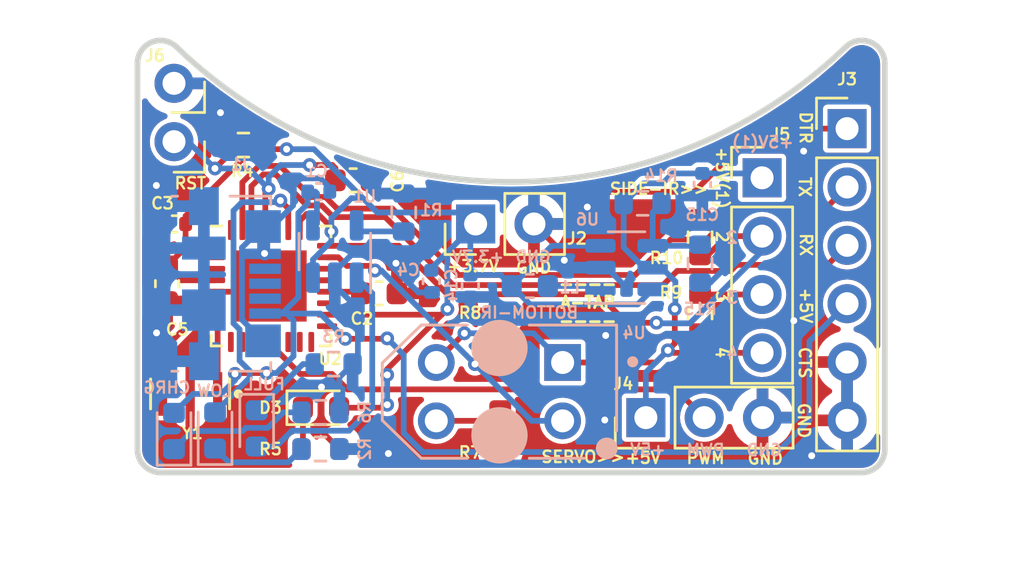
<source format=kicad_pcb>
(kicad_pcb (version 20211014) (generator pcbnew)
  (title_block (title "SMART TAP") (date "2022-02-18") (rev "1") (company "MO") (comment 1 "ATMEGA328PB-MU CONTROLLER"))
  (layers (0 "F.Cu" signal) (31 "B.Cu" signal) (34 "B.Paste" user) (35 "F.Paste" user) (36 "B.SilkS" user "B.Silkscreen") (37 "F.SilkS" user "F.Silkscreen") (38 "B.Mask" user) (39 "F.Mask" user) (44 "Edge.Cuts" user))
  (net 0 "")
  (net 1 "GND")
  (net 2 "+3.7V_BAT")
  (net 3 "+5V")
  (net 4 "Net-(D2-Pad1)")
  (net 5 "Net-(D3-Pad1)")
  (net 9 "SERVO_PWM")
  (net 10 "Net-(R1-Pad2)")
  (net 11 "Net-(R7-Pad2)")
  (net 12 "BOTTOM_IR")
  (net 13 "Net-(J5-Pad3)")
  (net 14 "SIDE_IR")
  (net 15 "Net-(C2-Pad2)")
  (net 16 "Net-(C6-Pad1)")
  (net 17 "DTR")
  (net 18 "+5V_BOOSTED")
  (net 19 "Net-(D4-Pad1)")
  (net 20 "Net-(D4-Pad2)")
  (net 21 "TX")
  (net 22 "RX")
  (net 23 "Net-(L1-Pad2)")
  (net 24 "FB")
  (net 29 "Net-(D2-Pad2)")
  (net 30 "Net-(U2-Pad7)")
  (net 44 "Net-(U2-Pad8)")
  (net 45 "Net-(R2-Pad1)")
  (footprint "LED_SMD:LED_0603_1608Metric" (layer "F.Cu") (at 188.178294 121.705794)
    (fp_text reference "D3")
    (fp_text value "POWER_LED")
  )
  (footprint "Capacitor_SMD:C_0402_1005Metric" (layer "F.Cu") (at 181.803294 113.705794)
    (fp_text reference "C3")
    (fp_text value "10uF")
  )
  (footprint "Resistor_SMD:R_0603_1608Metric" (layer "F.Cu") (at 195.978294 118.430794 90)
    (fp_text reference "R8")
    (fp_text value "10K")
  )
  (footprint "Resistor_SMD:R_0603_1608Metric" (layer "F.Cu") (at 204.678294 117.605794 90)
    (fp_text reference "R9")
    (fp_text value "220")
  )
  (footprint "Capacitor_SMD:C_0603_1608Metric" (layer "F.Cu") (at 190.708294 116.725794 180)
    (fp_text reference "C2")
    (fp_text value "0.1uF")
  )
  (footprint "Capacitor_SMD:C_0603_1608Metric" (layer "F.Cu") (at 181.478294 116.305794 90)
    (fp_text reference "C5")
    (fp_text value "0.1uF")
  )
  (footprint "Resistor_SMD:R_0603_1608Metric" (layer "F.Cu") (at 188.153294 123.505794)
    (fp_text reference "R5")
    (fp_text value "330")
  )
  (footprint "Resistor_SMD:R_0603_1608Metric" (layer "F.Cu") (at 184.8 110.27)
    (fp_text reference "R4")
    (fp_text value "10K")
  )
  (footprint "Package_DFN_QFN:QFN-32-1EP_5x5mm_P0.5mm_EP3.1x3.1mm" (layer "F.Cu") (at 186.003294 116.405794)
    (fp_text reference "U2")
    (fp_text value "ATmega328PB-M")
  )
  (footprint "Connector_PinHeader_2.54mm:PinHeader_1x02_P2.54mm_Vertical" (layer "F.Cu") (at 181.778294 110.123294 180)
    (fp_text reference "J6")
    (fp_text value "Conn_01x02_Male")
  )
  (footprint "Capacitor_SMD:C_0603_1608Metric" (layer "F.Cu") (at 189.578294 111.805794)
    (fp_text reference "C6")
    (fp_text value "0.1uF")
  )
  (footprint "Connector_PinHeader_2.54mm:PinHeader_1x06_P2.54mm_Vertical" (layer "F.Cu") (at 211.078294 109.555794)
    (fp_text reference "J3")
    (fp_text value "Conn_01x06_Female")
  )
  (footprint "CUSTOM_Connectors:WireConn1x03_P2.54mm" (layer "F.Cu") (at 202.318294 122.135794 90)
    (fp_text reference "J4")
    (fp_text value "Conn_01x03_Male")
  )
  (footprint "CUSTOM_Connectors:WireConn1x04_P2.54mm" (layer "F.Cu") (at 207.378294 111.695794)
    (fp_text reference "J5")
    (fp_text value "Conn_01x04_Male")
  )
  (footprint "Resistor_SMD:R_0603_1608Metric" (layer "F.Cu") (at 195.978294 122.605794 90)
    (fp_text reference "R7")
    (fp_text value "220")
  )
  (footprint "CUSTOM_Connectors:WireConn1x02_P2.54mm" (layer "F.Cu") (at 194.908294 113.705794 90)
    (fp_text reference "J2")
    (fp_text value "Conn_01x02_Male")
  )
  (footprint "Resonator 3213 3P:OSC_CSTCE16M0V53-R0" (layer "F.Cu") (at 182.478294 121.105794 180)
    (fp_text reference "Y1")
    (fp_text value "Resonator")
  )
  (footprint "Resistor_SMD:R_0603_1608Metric" (layer "F.Cu") (at 204.678294 114.280794 90)
    (fp_text reference "R10")
    (fp_text value "10K")
  )
  (footprint "LED_SMD:LED_0603_1608Metric" (layer "B.Cu") (at 185.378294 122.605794 -90)
    (fp_text reference "D2" hide)
    (fp_text value "FULL")
  )
  (footprint "Package_TO_SOT_SMD:SOT-23-6" (layer "B.Cu") (at 201.478294 115.605794)
    (fp_text reference "U6")
    (fp_text value "TPS61070DDCR")
  )
  (footprint "Resistor_SMD:R_0603_1608Metric" (layer "B.Cu") (at 188.153294 123.505794)
    (fp_text reference "R6")
    (fp_text value "180")
  )
  (footprint "Resistor_SMD:R_0603_1608Metric" (layer "B.Cu") (at 202.178294 112.805794)
    (fp_text reference "R14")
    (fp_text value "1.62M")
  )
  (footprint "Resistor_SMD:R_0603_1608Metric" (layer "B.Cu") (at 188.153294 121.905794)
    (fp_text reference "R2")
    (fp_text value "68")
  )
  (footprint "TCRT5000L:XDCR_TCRT5000L" (layer "B.Cu") (at 195.945794 121.005794 180)
    (fp_text reference "U4")
    (fp_text value "TCRT5000L")
  )
  (footprint "Connector_USB:USB_Micro-B_Molex_47346-0001" (layer "B.Cu") (at 184.278294 116.305794 90)
    (fp_text reference "J1")
    (fp_text value "USB_B_Micro")
  )
  (footprint "Capacitor_SMD:C_0402_1005Metric" (layer "B.Cu") (at 188.08 112.3 180)
    (fp_text reference "C1")
    (fp_text value "4.7uF")
  )
  (footprint "Capacitor_SMD:C_0402_1005Metric" (layer "B.Cu") (at 192.978294 116.205794 -90)
    (fp_text reference "C4")
    (fp_text value "4.7uF")
  )
  (footprint "LED_SMD:LED_0603_1608Metric" (layer "B.Cu") (at 181.778294 122.718294 90)
    (fp_text reference "D1" hide)
    (fp_text value "CHARGING")
  )
  (footprint "Capacitor_SMD:C_0402_1005Metric" (layer "B.Cu") (at 194.678294 116.405794 -90)
    (fp_text reference "C14")
    (fp_text value "4.7uF")
  )
  (footprint "Package_TO_SOT_SMD:SOT-23-5" (layer "B.Cu") (at 188.778294 114.905794 90)
    (fp_text reference "U1")
    (fp_text value "MCP73831-2-OT")
  )
  (footprint "Resistor_SMD:R_0603_1608Metric" (layer "B.Cu") (at 191.778294 113.205794 -90)
    (fp_text reference "R1")
    (fp_text value "2.2")
  )
  (footprint "Capacitor_SMD:C_0402_1005Metric" (layer "B.Cu") (at 204.778294 111.985794 -90)
    (fp_text reference "C15")
    (fp_text value "4.7uF")
  )
  (footprint "LED_SMD:LED_0603_1608Metric" (layer "B.Cu") (at 183.565794 122.693294 90)
    (fp_text reference "D4" hide)
    (fp_text value "LOW_BAT_LED")
  )
  (footprint "Resistor_SMD:R_0603_1608Metric" (layer "B.Cu") (at 204.678294 115.430794 -90)
    (fp_text reference "R15")
    (fp_text value "180K")
  )
  (footprint "Inductor_SMD:L_0603_1608Metric" (layer "B.Cu") (at 197.265794 116.405794)
    (fp_text reference "L1")
    (fp_text value "4.7uH")
  )
  (footprint "Resistor_SMD:R_0603_1608Metric" (layer "B.Cu") (at 188.728294 119.805794)
    (fp_text reference "R3")
    (fp_text value "68")
  )
  (gr_arc (start 181.188294 124.52378) (mid 180.481192 124.230897) (end 180.188294 123.523801) (layer "Edge.Cuts") (width 0.25))
  (gr_arc (start 211.024688 105.995709) (mid 212.109785 105.795518) (end 212.718558 106.715794) (layer "Edge.Cuts") (width 0.25))
  (gr_arc (start 211.024688 105.995709) (mid 196.453426 111.873477) (end 181.882164 105.995709) (layer "Edge.Cuts") (width 0.25))
  (gr_arc (start 212.718558 123.523801) (mid 212.42566 124.230897) (end 211.718558 124.52378) (layer "Edge.Cuts") (width 0.25))
  (gr_arc (start 180.188294 106.715794) (mid 180.797067 105.795518) (end 181.882164 105.995709) (layer "Edge.Cuts") (width 0.25))
  (gr_line (start 212.718558 106.715794) (end 212.718558 123.523801) (layer "Edge.Cuts") (width 0.25))
  (gr_line (start 211.718558 124.52378) (end 181.188294 124.52378) (layer "Edge.Cuts") (width 0.25))
  (gr_line (start 180.188294 123.523801) (end 180.188294 106.715794) (layer "Edge.Cuts") (width 0.25))
  (gr_text "3" (at 206.08 116.91) (layer "B.SilkS") (effects (font (size 0.5 0.5) (thickness 0.1)) (justify mirror)))
  (gr_text "GND" (at 197.41 115.14) (layer "B.SilkS") (effects (font (size 0.5 0.5) (thickness 0.1)) (justify mirror)))
  (gr_text "FULL" (at 185.72 120.68) (layer "B.SilkS") (effects (font (size 0.5 0.5) (thickness 0.1)) (justify mirror)))
  (gr_text "+3.7V" (at 195.01 115.14) (layer "B.SilkS") (effects (font (size 0.5 0.5) (thickness 0.1)) (justify mirror)))
  (gr_text "2" (at 206.07 114.3) (layer "B.SilkS") (effects (font (size 0.5 0.5) (thickness 0.1)) (justify mirror)))
  (gr_text "BOTTOM-IR" (at 197.25 117.56) (layer "B.SilkS") (effects (font (size 0.5 0.5) (thickness 0.1)) (justify mirror)))
  (gr_text "4" (at 206.08 119.34) (layer "B.SilkS") (effects (font (size 0.5 0.5) (thickness 0.1)) (justify mirror)))
  (gr_text "GND" (at 207.47 123.55) (layer "B.SilkS") (effects (font (size 0.5 0.5) (thickness 0.1)) (justify mirror)))
  (gr_text "+5V" (at 202.41 123.53) (layer "B.SilkS") (effects (font (size 0.5 0.5) (thickness 0.1)) (justify mirror)))
  (gr_text "LOW" (at 183.54 120.97) (layer "B.SilkS") (effects (font (size 0.5 0.5) (thickness 0.1)) (justify mirror)))
  (gr_text "CHRG" (at 181.47 120.83) (layer "B.SilkS") (effects (font (size 0.5 0.5) (thickness 0.1)) (justify mirror)))
  (gr_text "+5V(1)" (at 207.41 110.15) (layer "B.SilkS") (effects (font (size 0.5 0.5) (thickness 0.1)) (justify mirror)))
  (gr_text "PWM" (at 204.92 123.55) (layer "B.SilkS") (effects (font (size 0.5 0.5) (thickness 0.1)) (justify mirror)))
  (gr_text "+5V" (at 209.288294 117.255794 270) (layer "F.SilkS") (effects (font (size 0.5 0.5) (thickness 0.1))))
  (gr_text "4" (at 205.62 119.295794 270) (layer "F.SilkS") (effects (font (size 0.5 0.5) (thickness 0.1))))
  (gr_text "RST" (at 182.488294 111.935794) (layer "F.SilkS") (effects (font (size 0.5 0.5) (thickness 0.1))))
  (gr_text "SERVO>>" (at 199.588294 123.845794) (layer "F.SilkS") (effects (font (size 0.5 0.5) (thickness 0.1))))
  (gr_text "+5V(1)" (at 205.638294 111.705794 270) (layer "F.SilkS") (effects (font (size 0.5 0.5) (thickness 0.1))))
  (gr_text "CTS" (at 209.238294 119.745794 270) (layer "F.SilkS") (effects (font (size 0.5 0.5) (thickness 0.1))))
  (gr_text "GND" (at 207.518294 123.915794) (layer "F.SilkS") (effects (font (size 0.5 0.5) (thickness 0.1))))
  (gr_text "----\nA-TAP\n----" (at 199.79 117.12) (layer "F.SilkS") (effects (font (size 0.5 0.5) (thickness 0.125))))
  (gr_text "+5V" (at 202.198294 123.885794) (layer "F.SilkS") (effects (font (size 0.5 0.5) (thickness 0.1))))
  (gr_text "RX" (at 209.288294 114.605794 270) (layer "F.SilkS") (effects (font (size 0.5 0.5) (thickness 0.1))))
  (gr_text "TX" (at 209.238294 112.095794 270) (layer "F.SilkS") (effects (font (size 0.5 0.5) (thickness 0.1))))
  (gr_text "SIDE-IR>>" (at 202.888294 112.175794) (layer "F.SilkS") (effects (font (size 0.5 0.5) (thickness 0.1))))
  (gr_text "GND" (at 197.438294 115.595794) (layer "F.SilkS") (effects (font (size 0.5 0.5) (thickness 0.1))))
  (gr_text "2" (at 205.64 114.265794 270) (layer "F.SilkS") (effects (font (size 0.5 0.5) (thickness 0.1))))
  (gr_text "3" (at 205.64 116.865794 270) (layer "F.SilkS") (effects (font (size 0.5 0.5) (thickness 0.1))))
  (gr_text "DTR" (at 209.278294 109.515794 270) (layer "F.SilkS") (effects (font (size 0.5 0.5) (thickness 0.1))))
  (gr_text "PWM" (at 204.918294 123.895794) (layer "F.SilkS") (effects (font (size 0.5 0.5) (thickness 0.1))))
  (gr_text "+3.7V" (at 194.798294 115.545794) (layer "F.SilkS") (effects (font (size 0.5 0.5) (thickness 0.1))))
  (gr_text "GND" (at 209.198294 122.265794 270) (layer "F.SilkS") (effects (font (size 0.5 0.5) (thickness 0.1))))
  (segment (start 189.108294 123.375794) (end 188.978294 123.505794) (width 0.25) (layer "F.Cu") (net 1))
  (segment (start 198.768294 115.285794) (end 198.768294 115.025794) (width 0.25) (layer "F.Cu") (net 1))
  (segment (start 183.565794 116.655794) (end 185.753294 116.655794) (width 0.25) (layer "F.Cu") (net 1))
  (segment (start 204.678294 113.455794) (end 204.838294 113.455794) (width 0.25) (layer "F.Cu") (net 1))
  (segment (start 182.558294 117.085794) (end 181.483294 117.085794) (width 0.25) (layer "F.Cu") (net 1))
  (segment (start 198.768294 115.025794) (end 197.448294 113.705794) (width 0.25) (layer "F.Cu") (net 1))
  (segment (start 191.438294 115.415794) (end 191.438294 116.680794) (width 0.25) (layer "F.Cu") (net 1))
  (segment (start 188.198294 120.805794) (end 188.198294 122.725794) (width 0.25) (layer "F.Cu") (net 1))
  (segment (start 191.438294 116.680794) (end 191.483294 116.725794) (width 0.25) (layer "F.Cu") (net 1))
  (segment (start 186.253294 116.155794) (end 186.003294 116.405794) (width 0.25) (layer "F.Cu") (net 1))
  (segment (start 182.988294 116.655794) (end 182.558294 117.085794) (width 0.25) (layer "F.Cu") (net 1))
  (segment (start 188.198294 122.725794) (end 188.978294 123.505794) (width 0.25) (layer "F.Cu") (net 1))
  (segment (start 188.440794 116.155794) (end 186.253294 116.155794) (width 0.25) (layer "F.Cu") (net 1))
  (segment (start 181.483294 117.085794) (end 181.478294 117.080794) (width 0.25) (layer "F.Cu") (net 1))
  (segment (start 185.753294 116.655794) (end 186.003294 116.405794) (width 0.25) (layer "F.Cu") (net 1))
  (segment (start 183.565794 116.655794) (end 182.988294 116.655794) (width 0.25) (layer "F.Cu") (net 1))
  (via (at 199.77 112.97) (size 0.6) (drill 0.3) (layers "F.Cu" "B.Cu") (net 1))
  (via (at 188.198294 120.805794) (size 0.6) (drill 0.3) (layers "F.Cu" "B.Cu") (net 1))
  (via (at 209.188294 110.535794) (size 0.6) (drill 0.3) (layers "F.Cu" "B.Cu") (net 1))
  (via (at 183.8 108.86) (size 0.6) (drill 0.3) (layers "F.Cu" "B.Cu") (net 1))
  (via (at 209.538294 123.795794) (size 0.6) (drill 0.3) (layers "F.Cu" "B.Cu") (net 1))
  (via (at 200.57 118.56) (size 0.6) (drill 0.3) (layers "F.Cu" "B.Cu") (net 1))
  (via (at 185.72 114.99) (size 0.6) (drill 0.3) (layers "F.Cu" "B.Cu") (net 1))
  (via (at 200.53 122.24) (size 0.6) (drill 0.3) (layers "F.Cu" "B.Cu") (net 1))
  (via (at 208.758294 117.915794) (size 0.6) (drill 0.3) (layers "F.Cu" "B.Cu") (net 1))
  (via (at 181.01 112.03) (size 0.6) (drill 0.3) (layers "F.Cu" "B.Cu") (net 1))
  (via (at 191.438294 115.415794) (size 0.6) (drill 0.3) (layers "F.Cu" "B.Cu") (net 1))
  (via (at 191.11 123.7) (size 0.6) (drill 0.3) (layers "F.Cu" "B.Cu") (net 1))
  (via (at 181.018294 118.445794) (size 0.6) (drill 0.3) (layers "F.Cu" "B.Cu") (net 1))
  (via (at 198.768294 115.285794) (size 0.6) (drill 0.3) (layers "F.Cu" "B.Cu") (net 1))
  (segment (start 186.046 113.818294) (end 186.958294 112.906) (width 0.25) (layer "B.Cu") (net 1))
  (segment (start 188.15 111.72) (end 188.56 112.13) (width 0.25) (layer "B.Cu") (net 1))
  (segment (start 186.958294 112.061706) (end 187.3 111.72) (width 0.25) (layer "B.Cu") (net 1))
  (segment (start 187.3 111.72) (end 188.15 111.72) (width 0.25) (layer "B.Cu") (net 1))
  (segment (start 205.128294 116.255794) (end 205.738294 115.645794) (width 0.25) (layer "B.Cu") (net 1))
  (segment (start 184.738294 117.878294) (end 184.738294 114.733294) (width 0.25) (layer "B.Cu") (net 1))
  (segment (start 186.958294 112.906) (end 186.958294 112.061706) (width 0.25) (layer "B.Cu") (net 1))
  (segment (start 185.653294 113.818294) (end 186.046 113.818294) (width 0.25) (layer "B.Cu") (net 1))
  (segment (start 188.778294 116.385794) (end 188.778294 116.043294) (width 0.25) (layer "B.Cu") (net 1))
  (segment (start 192.978294 116.685794) (end 192.418294 116.685794) (width 0.25) (layer "B.Cu") (net 1))
  (segment (start 201.478294 116.472859) (end 200.611229 115.605794) (width 0.25) (layer "B.Cu") (net 1))
  (segment (start 192.418294 116.685794) (end 192.048294 116.315794) (width 0.25) (layer "B.Cu") (net 1))
  (segment (start 201.478294 116.575794) (end 201.478294 116.472859) (width 0.25) (layer "B.Cu") (net 1))
  (segment (start 184.738294 114.733294) (end 185.653294 113.818294) (width 0.25) (layer "B.Cu") (net 1))
  (segment (start 188.778294 116.043294) (end 188.778294 115.772859) (width 0.25) (layer "B.Cu") (net 1))
  (segment (start 189.782805 119.576283) (end 189.782805 117.390305) (width 0.25) (layer "B.Cu") (net 1))
  (segment (start 200.611229 115.605794) (end 200.340794 115.605794) (width 0.25) (layer "B.Cu") (net 1))
  (segment (start 188.978294 121.905794) (end 188.978294 120.380794) (width 0.25) (layer "B.Cu") (net 1))
  (segment (start 204.678294 116.255794) (end 205.128294 116.255794) (width 0.25) (layer "B.Cu") (net 1))
  (segment (start 189.553294 119.805794) (end 189.782805 119.576283) (width 0.25) (layer "B.Cu") (net 1))
  (segment (start 188.56 112.13) (end 188.56 112.3) (width 0.25) (layer "B.Cu") (net 1))
  (segment (start 185.653294 118.793294) (end 184.738294 117.878294) (width 0.25) (layer "B.Cu") (net 1))
  (segment (start 189.417814 115.136274) (end 189.518294 115.035794) (width 0.25) (layer "B.Cu") (net 1))
  (segment (start 188.978294 120.380794) (end 189.553294 119.805794) (width 0.25) (layer "B.Cu") (net 1))
  (segment (start 188.778294 115.772859) (end 189.414879 115.136274) (width 0.25) (layer "B.Cu") (net 1))
  (segment (start 189.414879 115.136274) (end 189.417814 115.136274) (width 0.25) (layer "B.Cu") (net 1))
  (segment (start 189.782805 117.390305) (end 188.778294 116.385794) (width 0.25) (layer "B.Cu") (net 1))
  (segment (start 190.928294 121.705794) (end 191.058294 121.575794) (width 0.25) (layer "F.Cu") (net 2))
  (segment (start 188.0425 113.27) (end 187.55 113.27) (width 0.25) (layer "F.Cu") (net 2))
  (segment (start 188.440794 117.655794) (end 193.428294 117.655794) (width 0.25) (layer "F.Cu") (net 2))
  (segment (start 182.283294 113.705794) (end 182.283294 114.725794) (width 0.25) (layer "F.Cu") (net 2))
  (segment (start 186.68 110.45) (end 185.805 110.45) (width 0.25) (layer "F.Cu") (net 2))
  (segment (start 191.058294 120.275794) (end 191.058294 120.025794) (width 0.25) (layer "F.Cu") (net 2))
  (segment (start 182.283294 114.725794) (end 181.478294 115.530794) (width 0.25) (layer "F.Cu") (net 2))
  (segment (start 182.103294 116.155794) (end 183.565794 116.155794) (width 0.25) (layer "F.Cu") (net 2))
  (segment (start 188.965794 121.705794) (end 190.928294 121.705794) (width 0.25) (layer "F.Cu") (net 2))
  (segment (start 188.627794 113.855294) (end 188.0425 113.27) (width 0.25) (layer "F.Cu") (net 2))
  (segment (start 182.283294 113.356706) (end 185.37 110.27) (width 0.25) (layer "F.Cu") (net 2))
  (segment (start 181.478294 115.530794) (end 182.103294 116.155794) (width 0.25) (layer "F.Cu") (net 2))
  (segment (start 191.058294 120.025794) (end 193.678294 117.405794) (width 0.25) (layer "F.Cu") (net 2))
  (segment (start 193.428294 117.655794) (end 193.678294 117.405794) (width 0.25) (layer "F.Cu") (net 2))
  (segment (start 188.627794 114.031294) (end 188.627794 113.855294) (width 0.25) (layer "F.Cu") (net 2))
  (segment (start 182.283294 113.705794) (end 182.283294 113.356706) (width 0.25) (layer "F.Cu") (net 2))
  (segment (start 185.37 110.27) (end 185.625 110.27) (width 0.25) (layer "F.Cu") (net 2))
  (segment (start 185.805 110.45) (end 185.625 110.27) (width 0.25) (layer "F.Cu") (net 2))
  (segment (start 187.55 113.27) (end 187.253294 113.566706) (width 0.25) (layer "F.Cu") (net 2))
  (segment (start 187.253294 113.566706) (end 187.253294 113.968294) (width 0.25) (layer "F.Cu") (net 2))
  (via (at 191.058294 121.575794) (size 0.6) (drill 0.3) (layers "F.Cu" "B.Cu") (net 2))
  (via (at 193.678294 117.405794) (size 0.6) (drill 0.3) (layers "F.Cu" "B.Cu") (net 2))
  (via (at 186.68 110.45) (size 0.6) (drill 0.3) (layers "F.Cu" "B.Cu") (net 2))
  (via (at 188.627794 114.031294) (size 0.6) (drill 0.3) (layers "F.Cu" "B.Cu") (net 2))
  (via (at 191.058294 120.275794) (size 0.6) (drill 0.3) (layers "F.Cu" "B.Cu") (net 2))
  (segment (start 187.86943 110.45) (end 190.625224 113.205794) (width 0.25) (layer "B.Cu") (net 2))
  (segment (start 194.408294 113.205794) (end 194.908294 113.705794) (width 0.25) (layer "B.Cu") (net 2))
  (segment (start 194.678294 113.935794) (end 194.678294 115.925794) (width 0.25) (layer "B.Cu") (net 2))
  (segment (start 188.627794 114.031294) (end 188.627794 114.456294) (width 0.25) (layer "B.Cu") (net 2))
  (segment (start 189.501759 112.582329) (end 189.978294 112.582329) (width 0.25) (layer "B.Cu") (net 2))
  (segment (start 197.277814 117.205314) (end 201.966274 117.205314) (width 0.25) (layer "B.Cu") (net 2))
  (segment (start 186.68 110.45) (end 187.86943 110.45) (width 0.25) (layer "B.Cu") (net 2))
  (segment (start 194.908294 113.705794) (end 194.678294 113.935794) (width 0.25) (layer "B.Cu") (net 2))
  (segment (start 188.627794 114.031294) (end 188.627794 113.456294) (width 0.25) (layer "B.Cu") (net 2))
  (segment (start 193.678294 114.935794) (end 193.693294 114.920794) (width 0.25) (layer "B.Cu") (net 2))
  (segment (start 193.678294 117.405794) (end 193.678294 114.935794) (width 0.25) (layer "B.Cu") (net 2))
  (segment (start 192.978294 115.725794) (end 192.978294 115.635794) (width 0.25) (layer "B.Cu") (net 2))
  (segment (start 188.627794 113.456294) (end 189.501759 112.582329) (width 0.25) (layer "B.Cu") (net 2))
  (segment (start 201.966274 117.205314) (end 202.615794 116.555794) (width 0.25) (layer "B.Cu") (net 2))
  (segment (start 187.828294 115.255794) (end 187.828294 116.043294) (width 0.25) (layer "B.Cu") (net 2))
  (segment (start 196.478294 116.405794) (end 198.228294 114.655794) (width 0.25) (layer "B.Cu") (net 2))
  (segment (start 192.978294 115.635794) (end 193.693294 114.920794) (width 0.25) (layer "B.Cu") (net 2))
  (segment (start 188.627794 114.456294) (end 187.828294 115.255794) (width 0.25) (layer "B.Cu") (net 2))
  (segment (start 191.058294 120.275794) (end 191.058294 121.575794) (width 0.25) (layer "B.Cu") (net 2))
  (segment (start 198.228294 114.655794) (end 200.340794 114.655794) (width 0.25) (layer "B.Cu") (net 2))
  (segment (start 195.998294 115.925794) (end 196.478294 116.405794) (width 0.25) (layer "B.Cu") (net 2))
  (segment (start 196.478294 116.405794) (end 197.277814 117.205314) (width 0.25) (layer "B.Cu") (net 2))
  (segment (start 190.625224 113.205794) (end 194.408294 113.205794) (width 0.25) (layer "B.Cu") (net 2))
  (segment (start 194.678294 115.925794) (end 195.998294 115.925794) (width 0.25) (layer "B.Cu") (net 2))
  (segment (start 193.693294 114.920794) (end 194.908294 113.705794) (width 0.25) (layer "B.Cu") (net 2))
  (segment (start 184.433274 120.230814) (end 184.468294 120.195794) (width 0.25) (layer "F.Cu") (net 3))
  (segment (start 191.039721 118.704367) (end 191.058294 118.685794) (width 0.25) (layer "F.Cu") (net 3))
  (segment (start 189.238294 118.704367) (end 191.039721 118.704367) (width 0.25) (layer "F.Cu") (net 3))
  (segment (start 184.468294 120.195794) (end 185.808294 120.195794) (width 0.25) (layer "F.Cu") (net 3))
  (via (at 189.238294 118.704367) (size 0.6) (drill 0.3) (layers "F.Cu" "B.Cu") (net 3))
  (via (at 191.058294 118.685794) (size 0.6) (drill 0.3) (layers "F.Cu" "B.Cu") (net 3))
  (via (at 184.433274 120.230814) (size 0.6) (drill 0.3) (layers "F.Cu" "B.Cu") (net 3))
  (via (at 185.808294 120.195794) (size 0.6) (drill 0.3) (layers "F.Cu" "B.Cu") (net 3))
  (segment (start 187.598294 112.301706) (end 187.598294 112.821706) (width 0.25) (layer "B.Cu") (net 3))
  (segment (start 187.598294 112.821706) (end 187.19 113.23) (width 0.25) (layer "B.Cu") (net 3))
  (segment (start 185.808294 120.195794) (end 186.241316 120.195794) (width 0.25) (layer "B.Cu") (net 3))
  (segment (start 186.978294 119.458816) (end 186.978294 117.905794) (width 0.25) (layer "B.Cu") (net 3))
  (segment (start 187.93 112.3) (end 188 112.37) (width 0.25) (layer "B.Cu") (net 3))
  (segment (start 192.608294 123.635794) (end 208.048294 123.635794) (width 0.25) (layer "B.Cu") (net 3))
  (segment (start 184.433274 120.505834) (end 183.833314 121.105794) (width 0.25) (layer "B.Cu") (net 3))
  (segment (start 189.238294 118.704367) (end 188.139721 117.605794) (width 0.25) (layer "B.Cu") (net 3))
  (segment (start 186.978294 117.905794) (end 186.678294 117.605794) (width 0.25) (layer "B.Cu") (net 3))
  (segment (start 186.678294 117.605794) (end 185.738294 117.605794) (width 0.25) (layer "B.Cu") (net 3))
  (segment (start 191.778294 119.405794) (end 191.778294 122.805794) (width 0.25) (layer "B.Cu") (net 3))
  (segment (start 188.139721 117.605794) (end 185.738294 117.605794) (width 0.25) (layer "B.Cu") (net 3))
  (segment (start 209.438294 118.815794) (end 211.078294 117.175794) (width 0.25) (layer "B.Cu") (net 3))
  (segment (start 188 112.37) (end 188 113.596588) (width 0.25) (layer "B.Cu") (net 3))
  (segment (start 186.241316 120.195794) (end 186.978294 119.458816) (width 0.25) (layer "B.Cu") (net 3))
  (segment (start 187.6 112.3) (end 187.598294 112.301706) (width 0.25) (layer "B.Cu") (net 3))
  (segment (start 183.833314 121.105794) (end 182.603294 121.105794) (width 0.25) (layer "B.Cu") (net 3))
  (segment (start 187.6 112.3) (end 187.93 112.3) (width 0.25) (layer "B.Cu") (net 3))
  (segment (start 187.19 116.894088) (end 186.478294 117.605794) (width 0.25) (layer "B.Cu") (net 3))
  (segment (start 187.19 113.23) (end 187.19 116.894088) (width 0.25) (layer "B.Cu") (net 3))
  (segment (start 191.058294 118.685794) (end 191.778294 119.405794) (width 0.25) (layer "B.Cu") (net 3))
  (segment (start 186.478294 117.605794) (end 185.738294 117.605794) (width 0.25) (layer "B.Cu") (net 3))
  (segment (start 184.433274 120.230814) (end 184.433274 120.505834) (width 0.25) (layer "B.Cu") (net 3))
  (segment (start 209.438294 122.245794) (end 209.438294 118.815794) (width 0.25) (layer "B.Cu") (net 3))
  (segment (start 182.603294 121.105794) (end 181.778294 121.930794) (width 0.25) (layer "B.Cu") (net 3))
  (segment (start 191.778294 122.805794) (end 192.608294 123.635794) (width 0.25) (layer "B.Cu") (net 3))
  (segment (start 188 113.596588) (end 187.828294 113.768294) (width 0.25) (layer "B.Cu") (net 3))
  (segment (start 208.048294 123.635794) (end 209.438294 122.245794) (width 0.25) (layer "B.Cu") (net 3))
  (segment (start 187.390794 119.805794) (end 187.903294 119.805794) (width 0.25) (layer "B.Cu") (net 4))
  (segment (start 185.378294 121.818294) (end 187.390794 119.805794) (width 0.25) (layer "B.Cu") (net 4))
  (segment (start 187.390794 121.705794) (end 187.390794 123.443294) (width 0.25) (layer "F.Cu") (net 5))
  (segment (start 187.390794 123.443294) (end 187.328294 123.505794) (width 0.25) (layer "F.Cu") (net 5))
  (segment (start 189.328774 120.906274) (end 188.658294 120.235794) (width 0.25) (layer "F.Cu") (net 9))
  (segment (start 203.628774 120.906274) (end 189.328774 120.906274) (width 0.25) (layer "F.Cu") (net 9))
  (segment (start 186.253294 119.214985) (end 186.253294 118.843294) (width 0.25) (layer "F.Cu") (net 9))
  (segment (start 187.274103 120.235794) (end 186.253294 119.214985) (width 0.25) (layer "F.Cu") (net 9))
  (segment (start 188.658294 120.235794) (end 187.274103 120.235794) (width 0.25) (layer "F.Cu") (net 9))
  (segment (start 204.858294 122.135794) (end 203.628774 120.906274) (width 0.25) (layer "F.Cu") (net 9))
  (segment (start 189.990794 114.030794) (end 189.728294 113.768294) (width 0.25) (layer "B.Cu") (net 10))
  (segment (start 191.778294 114.030794) (end 189.990794 114.030794) (width 0.25) (layer "B.Cu") (net 10))
  (segment (start 195.978294 121.780794) (end 195.483294 122.275794) (width 0.25) (layer "F.Cu") (net 11))
  (segment (start 195.483294 122.275794) (end 193.195794 122.275794) (width 0.25) (layer "F.Cu") (net 11))
  (segment (start 195.428294 119.805794) (end 195.978294 119.255794) (width 0.25) (layer "F.Cu") (net 12))
  (segment (start 189.302805 115.530305) (end 188.928294 115.155794) (width 0.25) (layer "F.Cu") (net 12))
  (segment (start 190.326805 115.530305) (end 189.302805 115.530305) (width 0.25) (layer "F.Cu") (net 12))
  (segment (start 188.928294 115.155794) (end 188.440794 115.155794) (width 0.25) (layer "F.Cu") (net 12))
  (segment (start 190.527794 115.731294) (end 190.326805 115.530305) (width 0.25) (layer "F.Cu") (net 12))
  (segment (start 194.878294 119.805794) (end 195.428294 119.805794) (width 0.25) (layer "F.Cu") (net 12))
  (via (at 190.527794 115.731294) (size 0.6) (drill 0.3) (layers "F.Cu" "B.Cu") (net 12))
  (via (at 194.878294 119.805794) (size 0.6) (drill 0.3) (layers "F.Cu" "B.Cu") (net 12))
  (segment (start 190.803794 115.731294) (end 194.878294 119.805794) (width 0.25) (layer "B.Cu") (net 12))
  (segment (start 197.348294 122.275794) (end 198.695794 122.275794) (width 0.25) (layer "B.Cu") (net 12))
  (segment (start 194.878294 119.805794) (end 197.348294 122.275794) (width 0.25) (layer "B.Cu") (net 12))
  (segment (start 190.527794 115.731294) (end 190.803794 115.731294) (width 0.25) (layer "B.Cu") (net 12))
  (segment (start 207.378294 116.775794) (end 204.683294 116.775794) (width 0.25) (layer "F.Cu") (net 13))
  (segment (start 204.683294 116.775794) (end 204.678294 116.780794) (width 0.25) (layer "F.Cu") (net 13))
  (segment (start 201.478294 118.005794) (end 200.238294 116.765794) (width 0.25) (layer "F.Cu") (net 14))
  (segment (start 191.568294 114.655794) (end 188.440794 114.655794) (width 0.25) (layer "F.Cu") (net 14))
  (segment (start 207.378294 114.235794) (end 205.848294 114.235794) (width 0.25) (layer "F.Cu") (net 14))
  (segment (start 204.978294 115.105794) (end 204.678294 115.105794) (width 0.25) (layer "F.Cu") (net 14))
  (segment (start 202.778294 118.005794) (end 201.478294 118.005794) (width 0.25) (layer "F.Cu") (net 14))
  (segment (start 205.848294 114.235794) (end 204.978294 115.105794) (width 0.25) (layer "F.Cu") (net 14))
  (segment (start 200.238294 116.765794) (end 193.678294 116.765794) (width 0.25) (layer "F.Cu") (net 14))
  (segment (start 193.678294 116.765794) (end 191.568294 114.655794) (width 0.25) (layer "F.Cu") (net 14))
  (via (at 202.778294 118.005794) (size 0.6) (drill 0.3) (layers "F.Cu" "B.Cu") (net 14))
  (segment (start 202.778294 118.005794) (end 202.802805 118.030305) (width 0.25) (layer "B.Cu") (net 14))
  (segment (start 204.237174 118.030305) (end 207.378294 114.889185) (width 0.25) (layer "B.Cu") (net 14))
  (segment (start 202.802805 118.030305) (end 204.237174 118.030305) (width 0.25) (layer "B.Cu") (net 14))
  (segment (start 207.378294 114.889185) (end 207.378294 114.235794) (width 0.25) (layer "B.Cu") (net 14))
  (segment (start 189.863294 116.655794) (end 189.933294 116.725794) (width 0.25) (layer "F.Cu") (net 15))
  (segment (start 188.440794 116.655794) (end 189.863294 116.655794) (width 0.25) (layer "F.Cu") (net 15))
  (segment (start 183.56 111.29) (end 183.975 110.875) (width 0.25) (layer "F.Cu") (net 16))
  (segment (start 188.803294 111.273294) (end 188.803294 111.805794) (width 0.25) (layer "F.Cu") (net 16))
  (segment (start 183.975 110.875) (end 183.975 110.27) (width 0.25) (layer "F.Cu") (net 16))
  (segment (start 185.753294 112.323414) (end 185.753294 113.968294) (width 0.25) (layer "F.Cu") (net 16))
  (segment (start 188.67 111.14) (end 188.803294 111.273294) (width 0.25) (layer "F.Cu") (net 16))
  (segment (start 185.899604 112.177104) (end 185.753294 112.323414) (width 0.25) (layer "F.Cu") (net 16))
  (segment (start 187.68 111.14) (end 188.67 111.14) (width 0.25) (layer "F.Cu") (net 16))
  (via (at 187.68 111.14) (size 0.6) (drill 0.3) (layers "F.Cu" "B.Cu") (net 16))
  (via (at 183.56 111.29) (size 0.6) (drill 0.3) (layers "F.Cu" "B.Cu") (net 16))
  (via (at 185.899604 112.177104) (size 0.6) (drill 0.3) (layers "F.Cu" "B.Cu") (net 16))
  (segment (start 187.68 111.14) (end 186.42 111.14) (width 0.25) (layer "B.Cu") (net 16))
  (segment (start 183.56 111.29) (end 182.393294 110.123294) (width 0.25) (layer "B.Cu") (net 16))
  (segment (start 183.56 111.29) (end 185.0125 111.29) (width 0.25) (layer "B.Cu") (net 16))
  (segment (start 185.0125 111.29) (end 185.899604 112.177104) (width 0.25) (layer "B.Cu") (net 16))
  (segment (start 185.899604 111.660396) (end 185.899604 112.177104) (width 0.25) (layer "B.Cu") (net 16))
  (segment (start 186.42 111.14) (end 185.899604 111.660396) (width 0.25) (layer "B.Cu") (net 16))
  (segment (start 182.393294 110.123294) (end 181.778294 110.123294) (width 0.25) (layer "B.Cu") (net 16))
  (segment (start 204.419272 112.305794) (end 190.54149 112.305794) (width 0.25) (layer "F.Cu") (net 17))
  (segment (start 211.078294 109.555794) (end 207.169272 109.555794) (width 0.25) (layer "F.Cu") (net 17))
  (segment (start 190.54149 112.305794) (end 190.306556 112.07086) (width 0.25) (layer "F.Cu") (net 17))
  (segment (start 207.169272 109.555794) (end 204.419272 112.305794) (width 0.25) (layer "F.Cu") (net 17))
  (segment (start 203.278294 119.205794) (end 203.388294 119.315794) (width 0.25) (layer "F.Cu") (net 18))
  (segment (start 203.278294 119.205794) (end 202.748294 119.735794) (width 0.25) (layer "F.Cu") (net 18))
  (segment (start 203.278294 119.205794) (end 203.578294 118.905794) (width 0.25) (layer "F.Cu") (net 18))
  (segment (start 202.748294 119.735794) (end 198.695794 119.735794) (width 0.25) (layer "F.Cu") (net 18))
  (segment (start 194.419883 118.464205) (end 193.195794 119.688294) (width 0.25) (layer "F.Cu") (net 18))
  (segment (start 203.388294 119.315794) (end 207.378294 119.315794) (width 0.25) (layer "F.Cu") (net 18))
  (segment (start 203.578294 118.905794) (end 203.578294 117.405794) (width 0.25) (layer "F.Cu") (net 18))
  (segment (start 193.195794 119.688294) (end 193.195794 119.735794) (width 0.25) (layer "F.Cu") (net 18))
  (via (at 203.278294 119.205794) (size 0.6) (drill 0.3) (layers "F.Cu" "B.Cu") (net 18))
  (via (at 203.578294 117.405794) (size 0.6) (drill 0.3) (layers "F.Cu" "B.Cu") (net 18))
  (via (at 194.419883 118.464205) (size 0.6) (drill 0.3) (layers "F.Cu" "B.Cu") (net 18))
  (segment (start 201.353294 112.805794) (end 202.223294 111.935794) (width 0.25) (layer "B.Cu") (net 18))
  (segment (start 203.602814 116.209242) (end 202.999366 115.605794) (width 0.25) (layer "B.Cu") (net 18))
  (segment (start 203.048294 111.935794) (end 203.478294 111.505794) (width 0.25) (layer "B.Cu") (net 18))
  (segment (start 204.778294 111.505794) (end 207.188294 111.505794) (width 0.25) (layer "B.Cu") (net 18))
  (segment (start 202.232222 115.605794) (end 201.353294 114.726866) (width 0.25) (layer "B.Cu") (net 18))
  (segment (start 202.999366 115.605794) (end 202.615794 115.605794) (width 0.25) (layer "B.Cu") (net 18))
  (segment (start 202.615794 115.605794) (end 202.232222 115.605794) (width 0.25) (layer "B.Cu") (net 18))
  (segment (start 198.695794 119.735794) (end 197.424205 118.464205) (width 0.25) (layer "B.Cu") (net 18))
  (segment (start 197.424205 118.464205) (end 194.419883 118.464205) (width 0.25) (layer "B.Cu") (net 18))
  (segment (start 201.353294 114.726866) (end 201.353294 112.805794) (width 0.25) (layer "B.Cu") (net 18))
  (segment (start 203.578294 117.405794) (end 203.602814 117.381274) (width 0.25) (layer "B.Cu") (net 18))
  (segment (start 203.278294 119.205794) (end 202.318294 120.165794) (width 0.25) (layer "B.Cu") (net 18))
  (segment (start 203.602814 117.381274) (end 203.602814 116.209242) (width 0.25) (layer "B.Cu") (net 18))
  (segment (start 203.478294 111.505794) (end 204.778294 111.505794) (width 0.25) (layer "B.Cu") (net 18))
  (segment (start 202.318294 120.165794) (end 202.318294 122.135794) (width 0.25) (layer "B.Cu") (net 18))
  (segment (start 202.223294 111.935794) (end 203.048294 111.935794) (width 0.25) (layer "B.Cu") (net 18))
  (segment (start 207.188294 111.505794) (end 207.378294 111.695794) (width 0.25) (layer "B.Cu") (net 18))
  (segment (start 187.328294 123.505794) (end 186.751774 124.082314) (width 0.25) (layer "B.Cu") (net 19))
  (segment (start 186.751774 124.082314) (end 184.167314 124.082314) (width 0.25) (layer "B.Cu") (net 19))
  (segment (start 184.167314 124.082314) (end 183.565794 123.480794) (width 0.25) (layer "B.Cu") (net 19))
  (segment (start 186.408369 112.685869) (end 186.753294 113.030794) (width 0.25) (layer "F.Cu") (net 20))
  (segment (start 186.753294 113.030794) (end 186.753294 113.968294) (width 0.25) (layer "F.Cu") (net 20))
  (via (at 186.408369 112.685869) (size 0.6) (drill 0.3) (layers "F.Cu" "B.Cu") (net 20))
  (segment (start 184.633783 118.296363) (end 184.633783 119.661283) (width 0.25) (layer "B.Cu") (net 20))
  (segment (start 186.408369 112.685869) (end 186.338444 112.755794) (width 0.25) (layer "B.Cu") (net 20))
  (segment (start 184.633783 119.661283) (end 185.068294 120.095794) (width 0.25) (layer "B.Cu") (net 20))
  (segment (start 184.368774 113.126292) (end 184.368774 118.031354) (width 0.25) (layer "B.Cu") (net 20))
  (segment (start 185.068294 120.403294) (end 183.565794 121.905794) (width 0.25) (layer "B.Cu") (net 20))
  (segment (start 184.368774 118.031354) (end 184.633783 118.296363) (width 0.25) (layer "B.Cu") (net 20))
  (segment (start 186.338444 112.755794) (end 184.739272 112.755794) (width 0.25) (layer "B.Cu") (net 20))
  (segment (start 184.739272 112.755794) (end 184.368774 113.126292) (width 0.25) (layer "B.Cu") (net 20))
  (segment (start 185.068294 120.095794) (end 185.068294 120.403294) (width 0.25) (layer "B.Cu") (net 20))
  (segment (start 206.405077 112.945794) (end 210.228294 112.945794) (width 0.25) (layer "F.Cu") (net 21))
  (segment (start 184.753294 111.896706) (end 185.47 111.18) (width 0.25) (layer "F.Cu") (net 21))
  (segment (start 186.4 111.18) (end 187.75 112.53) (width 0.25) (layer "F.Cu") (net 21))
  (segment (start 188.877263 113.037263) (end 191.279763 113.037263) (width 0.25) (layer "F.Cu") (net 21))
  (segment (start 185.47 111.18) (end 186.4 111.18) (width 0.25) (layer "F.Cu") (net 21))
  (segment (start 201.858294 115.925794) (end 203.402814 114.381274) (width 0.25) (layer "F.Cu") (net 21))
  (segment (start 203.402814 114.381274) (end 204.969597 114.381274) (width 0.25) (layer "F.Cu") (net 21))
  (segment (start 184.753294 113.968294) (end 184.753294 111.896706) (width 0.25) (layer "F.Cu") (net 21))
  (segment (start 194.168294 115.925794) (end 201.858294 115.925794) (width 0.25) (layer "F.Cu") (net 21))
  (segment (start 204.969597 114.381274) (end 206.405077 112.945794) (width 0.25) (layer "F.Cu") (net 21))
  (segment (start 187.75 112.53) (end 188.37 112.53) (width 0.25) (layer "F.Cu") (net 21))
  (segment (start 210.228294 112.945794) (end 211.078294 112.095794) (width 0.25) (layer "F.Cu") (net 21))
  (segment (start 191.279763 113.037263) (end 194.168294 115.925794) (width 0.25) (layer "F.Cu") (net 21))
  (segment (start 188.37 112.53) (end 188.877263 113.037263) (width 0.25) (layer "F.Cu") (net 21))
  (segment (start 203.682814 115.750314) (end 206.010557 115.750314) (width 0.25) (layer "F.Cu") (net 22))
  (segment (start 193.928294 116.365794) (end 203.067334 116.365794) (width 0.25) (layer "F.Cu") (net 22))
  (segment (start 206.275077 115.485794) (end 210.228294 115.485794) (width 0.25) (layer "F.Cu") (net 22))
  (segment (start 186.21 111.55) (end 187.56 112.9) (width 0.25) (layer "F.Cu") (net 22))
  (segment (start 206.010557 115.750314) (end 206.275077 115.485794) (width 0.25) (layer "F.Cu") (net 22))
  (segment (start 185.148294 113.863294) (end 185.148294 112.061706) (width 0.25) (layer "F.Cu") (net 22))
  (segment (start 203.067334 116.365794) (end 203.682814 115.750314) (width 0.25) (layer "F.Cu") (net 22))
  (segment (start 185.66 111.55) (end 186.21 111.55) (width 0.25) (layer "F.Cu") (net 22))
  (segment (start 190.969283 113.406783) (end 193.928294 116.365794) (width 0.25) (layer "F.Cu") (net 22))
  (segment (start 188.21 112.9) (end 188.716783 113.406783) (width 0.25) (layer "F.Cu") (net 22))
  (segment (start 185.148294 112.061706) (end 185.66 111.55) (width 0.25) (layer "F.Cu") (net 22))
  (segment (start 210.228294 115.485794) (end 211.078294 114.635794) (width 0.25) (layer "F.Cu") (net 22))
  (segment (start 187.56 112.9) (end 188.21 112.9) (width 0.25) (layer "F.Cu") (net 22))
  (segment (start 188.716783 113.406783) (end 190.969283 113.406783) (width 0.25) (layer "F.Cu") (net 22))
  (segment (start 185.253294 113.968294) (end 185.148294 113.863294) (width 0.25) (layer "F.Cu") (net 22))
  (segment (start 198.053294 116.405794) (end 200.190794 116.405794) (width 0.25) (layer "B.Cu") (net 23))
  (segment (start 200.190794 116.405794) (end 200.340794 116.555794) (width 0.25) (layer "B.Cu") (net 23))
  (segment (start 202.615794 114.655794) (end 204.628294 114.655794) (width 0.25) (layer "B.Cu") (net 24))
  (segment (start 202.615794 113.193294) (end 203.003294 112.805794) (width 0.25) (layer "B.Cu") (net 24))
  (segment (start 204.628294 114.655794) (end 204.678294 114.605794) (width 0.25) (layer "B.Cu") (net 24))
  (segment (start 202.615794 114.655794) (end 202.615794 113.193294) (width 0.25) (layer "B.Cu") (net 24))
  (segment (start 186.911511 122.705794) (end 189.395077 122.705794) (width 0.25) (layer "B.Cu") (net 29))
  (segment (start 190.408294 116.723294) (end 189.728294 116.043294) (width 0.25) (layer "B.Cu") (net 29))
  (segment (start 185.378294 123.393294) (end 186.224011 123.393294) (width 0.25) (layer "B.Cu") (net 29))
  (segment (start 189.395077 122.705794) (end 190.408294 121.692577) (width 0.25) (layer "B.Cu") (net 29))
  (segment (start 186.224011 123.393294) (end 186.911511 122.705794) (width 0.25) (layer "B.Cu") (net 29))
  (segment (start 190.408294 121.692577) (end 190.408294 116.723294) (width 0.25) (layer "B.Cu") (net 29))
  (segment (start 181.278294 119.205794) (end 181.278294 121.105794) (width 0.25) (layer "F.Cu") (net 30))
  (segment (start 182.828294 117.655794) (end 181.278294 119.205794) (width 0.25) (layer "F.Cu") (net 30))
  (segment (start 183.565794 117.655794) (end 182.828294 117.655794) (width 0.25) (layer "F.Cu") (net 30))
  (segment (start 183.678294 118.268294) (end 183.678294 121.105794) (width 0.25) (layer "F.Cu") (net 44))
  (segment (start 183.565794 118.155794) (end 183.678294 118.268294) (width 0.25) (layer "F.Cu") (net 44))
  (segment (start 184.903774 122.580314) (end 185.859573 122.580314) (width 0.25) (layer "B.Cu") (net 45))
  (segment (start 181.778294 123.505794) (end 182.565314 122.718774) (width 0.25) (layer "B.Cu") (net 45))
  (segment (start 185.859573 122.580314) (end 186.534093 121.905794) (width 0.25) (layer "B.Cu") (net 45))
  (segment (start 186.534093 121.905794) (end 187.328294 121.905794) (width 0.25) (layer "B.Cu") (net 45))
  (segment (start 182.565314 122.718774) (end 184.765314 122.718774) (width 0.25) (layer "B.Cu") (net 45))
  (segment (start 184.765314 122.718774) (end 184.903774 122.580314) (width 0.25) (layer "B.Cu") (net 45))
  (zone (net 1) (net_name "GND") (layer "F.Cu") (connect_pads (clearance 0.2)) (min_thickness 0.254) (fill yes (thermal_gap 0.508) (thermal_bridge_width 0.508))
    (polygon (pts (xy 213.818294 125.685794) (xy 177.558294 125.905794) (xy 177.618294 104.495794) (xy 213.688294 104.385794)))
  )
  (zone (net 1) (net_name "GND") (layer "B.Cu") (connect_pads (clearance 0.2)) (min_thickness 0.254) (fill yes (thermal_gap 0.508) (thermal_bridge_width 0.508))
    (polygon (pts (xy 214.128294 126.005794) (xy 177.238294 126.225794) (xy 177.178294 104.115794) (xy 214.288294 103.955794)))
  )
)
</source>
